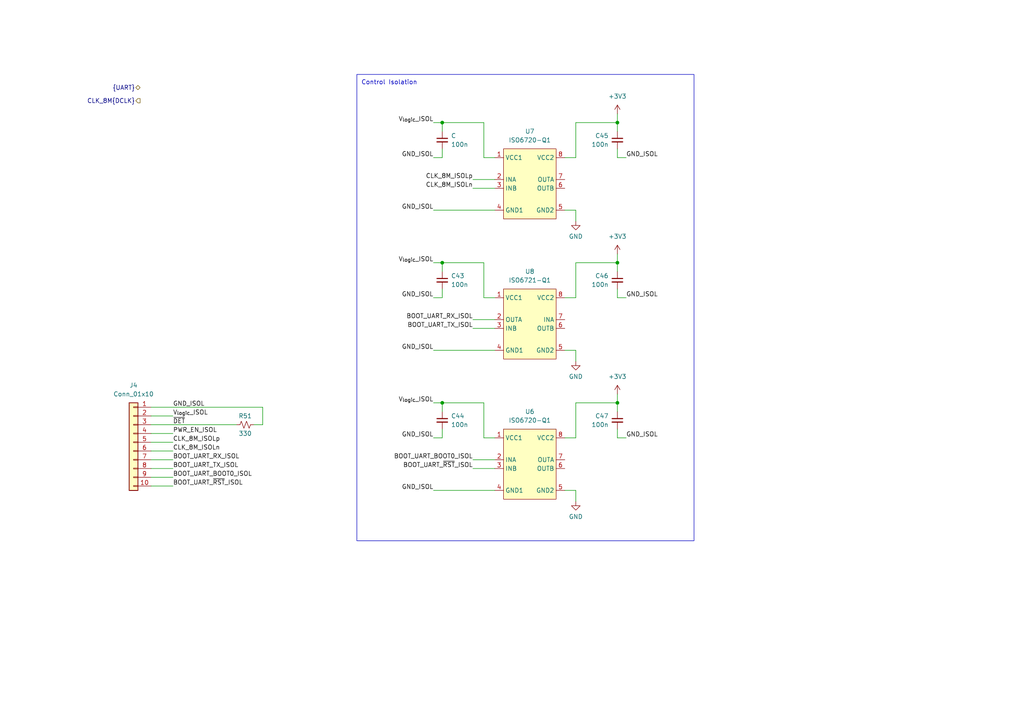
<source format=kicad_sch>
(kicad_sch (version 20230121) (generator eeschema)
  (paper "A4")
  (lib_symbols
    (symbol "AT-IC:ISO6720-Q1"
      (property "Reference" "U" (at 0 -11.43 0))
      (property "Value" "ISO6720-Q1" (at 0 11.43 0))
      (symbol "ISO6720-Q1_1_1"
        (rectangle (start -7.62 10.16) (end 7.62 -10.16) (fill (type background)))
        (pin power_in line (at -10.16 7.62 0) (length 2.54) (name "VCC1") (number "1"))
        (pin input line (at -10.16 1.27 0) (length 2.54) (name "INA") (number "2"))
        (pin input line (at -10.16 -1.27 0) (length 2.54) (name "INB") (number "3"))
        (pin power_in line (at -10.16 -7.62 0) (length 2.54) (name "GND1") (number "4"))
        (pin power_in line (at 10.16 -7.62 180) (length 2.54) (name "GND2") (number "5"))
        (pin output line (at 10.16 -1.27 180) (length 2.54) (name "OUTB") (number "6"))
        (pin output line (at 10.16 1.27 180) (length 2.54) (name "OUTA") (number "7"))
        (pin power_in line (at 10.16 7.62 180) (length 2.54) (name "VCC2") (number "8"))
      )
    )
    (symbol "AT-IC:ISO6721-Q1"
      (property "Reference" "U" (at 0 -11.43 0))
      (property "Value" "ISO6721-Q1" (at 0 11.43 0))
      (symbol "ISO6721-Q1_1_1"
        (rectangle (start -7.62 10.16) (end 7.62 -10.16) (fill (type background)))
        (pin power_in line (at -10.16 7.62 0) (length 2.54) (name "VCC1") (number "1"))
        (pin output line (at -10.16 1.27 0) (length 2.54) (name "OUTA") (number "2"))
        (pin input line (at -10.16 -1.27 0) (length 2.54) (name "INB") (number "3"))
        (pin power_in line (at -10.16 -7.62 0) (length 2.54) (name "GND1") (number "4"))
        (pin power_in line (at 10.16 -7.62 180) (length 2.54) (name "GND2") (number "5"))
        (pin output line (at 10.16 -1.27 180) (length 2.54) (name "OUTB") (number "6"))
        (pin input line (at 10.16 1.27 180) (length 2.54) (name "INA") (number "7"))
        (pin power_in line (at 10.16 7.62 180) (length 2.54) (name "VCC2") (number "8"))
      )
    )
    (symbol "Connector_Generic:Conn_01x10" (pin_names (offset 1.016) hide)
      (property "Reference" "J" (at 0 12.7 0))
      (property "Value" "Conn_01x10" (at 0 -15.24 0))
      (symbol "Conn_01x10_1_1"
        (rectangle (start -1.27 -12.573) (end 0 -12.827) (stroke (width 0.1524)))
        (rectangle (start -1.27 -10.033) (end 0 -10.287) (stroke (width 0.1524)))
        (rectangle (start -1.27 -7.493) (end 0 -7.747) (stroke (width 0.1524)))
        (rectangle (start -1.27 -4.953) (end 0 -5.207) (stroke (width 0.1524)))
        (rectangle (start -1.27 -2.413) (end 0 -2.667) (stroke (width 0.1524)))
        (rectangle (start -1.27 0.127) (end 0 -0.127) (stroke (width 0.1524)))
        (rectangle (start -1.27 2.667) (end 0 2.413) (stroke (width 0.1524)))
        (rectangle (start -1.27 5.207) (end 0 4.953) (stroke (width 0.1524)))
        (rectangle (start -1.27 7.747) (end 0 7.493) (stroke (width 0.1524)))
        (rectangle (start -1.27 10.287) (end 0 10.033) (stroke (width 0.1524)))
        (rectangle (start -1.27 11.43) (end 1.27 -13.97) (stroke (width 0.254)) (fill (type background)))
        (pin passive line (at -5.08 10.16 0) (length 3.81) (name "Pin_1") (number "1"))
        (pin passive line (at -5.08 -12.7 0) (length 3.81) (name "Pin_10") (number "10"))
        (pin passive line (at -5.08 7.62 0) (length 3.81) (name "Pin_2") (number "2"))
        (pin passive line (at -5.08 5.08 0) (length 3.81) (name "Pin_3") (number "3"))
        (pin passive line (at -5.08 2.54 0) (length 3.81) (name "Pin_4") (number "4"))
        (pin passive line (at -5.08 0 0) (length 3.81) (name "Pin_5") (number "5"))
        (pin passive line (at -5.08 -2.54 0) (length 3.81) (name "Pin_6") (number "6"))
        (pin passive line (at -5.08 -5.08 0) (length 3.81) (name "Pin_7") (number "7"))
        (pin passive line (at -5.08 -7.62 0) (length 3.81) (name "Pin_8") (number "8"))
        (pin passive line (at -5.08 -10.16 0) (length 3.81) (name "Pin_9") (number "9"))
      )
    )
    (symbol "Device:C_Small" (pin_numbers hide) (pin_names (offset 0.254) hide)
      (property "Reference" "C" (at 0.254 1.778 0))
      (property "Value" "C_Small" (at 0.254 -2.032 0))
      (symbol "C_Small_0_1"
        (polyline (pts (xy -1.524 -0.508) (xy 1.524 -0.508)) (stroke (width 0.3302)))
        (polyline (pts (xy -1.524 0.508) (xy 1.524 0.508)) (stroke (width 0.3048)))
      )
      (symbol "C_Small_1_1"
        (pin passive line (at 0 2.54 270) (length 2.032) (name "~") (number "1"))
        (pin passive line (at 0 -2.54 90) (length 2.032) (name "~") (number "2"))
      )
    )
    (symbol "Device:R_Small_US" (pin_numbers hide) (pin_names (offset 0.254) hide)
      (property "Reference" "R" (at 0.762 0.508 0))
      (property "Value" "R_Small_US" (at 0.762 -1.016 0))
      (symbol "R_Small_US_1_1"
        (polyline (pts (xy 0 0) (xy 1.016 -0.381) (xy 0 -0.762) (xy -1.016 -1.143) (xy 0 -1.524)))
        (polyline (pts (xy 0 1.524) (xy 1.016 1.143) (xy 0 0.762) (xy -1.016 0.381) (xy 0 0)))
        (pin passive line (at 0 2.54 270) (length 1.016) (name "~") (number "1"))
        (pin passive line (at 0 -2.54 90) (length 1.016) (name "~") (number "2"))
      )
    )
    (symbol "power:+3V3" (power) (pin_names (offset 0))
      (property "Value" "+3V3" (at 0 3.556 0))
      (symbol "+3V3_0_1"
        (polyline (pts (xy -0.762 1.27) (xy 0 2.54)))
        (polyline (pts (xy 0 0) (xy 0 2.54)))
        (polyline (pts (xy 0 2.54) (xy 0.762 1.27)))
      )
      (symbol "+3V3_1_1"
        (pin power_in line (at 0 0 90) (length 0) hide (name "+3V3") (number "1"))
      )
    )
    (symbol "power:GND" (power) (pin_names (offset 0))
      (property "Value" "GND" (at 0 -3.81 0))
      (symbol "GND_0_1"
        (polyline (pts (xy 0 0) (xy 0 -1.27) (xy 1.27 -1.27) (xy 0 -2.54) (xy -1.27 -1.27) (xy 0 -1.27)))
      )
      (symbol "GND_1_1"
        (pin power_in line (at 0 0 270) (length 0) hide (name "GND") (number "1"))
      )
    )
  )
  (junction (at 179.07 116.84))
  (junction (at 128.27 35.56))
  (junction (at 179.07 35.56))
  (junction (at 179.07 76.2))
  (junction (at 128.27 76.2))
  (junction (at 128.27 116.84))
  (wire (pts (xy 163.83 101.6) (xy 167.005 101.6)))
  (wire (pts (xy 43.815 138.43) (xy 50.165 138.43)))
  (wire (pts (xy 128.27 45.72) (xy 128.27 43.18)))
  (wire (pts (xy 167.005 127) (xy 167.005 116.84)))
  (wire (pts (xy 140.335 86.36) (xy 140.335 76.2)))
  (wire (pts (xy 125.73 35.56) (xy 128.27 35.56)))
  (wire (pts (xy 43.815 125.73) (xy 50.165 125.73)))
  (wire (pts (xy 179.07 116.84) (xy 179.07 119.38)))
  (wire (pts (xy 125.73 76.2) (xy 128.27 76.2)))
  (wire (pts (xy 128.27 35.56) (xy 128.27 38.1)))
  (wire (pts (xy 143.51 95.25) (xy 137.16 95.25)))
  (wire (pts (xy 125.73 116.84) (xy 128.27 116.84)))
  (wire (pts (xy 143.51 52.07) (xy 137.16 52.07)))
  (wire (pts (xy 143.51 86.36) (xy 140.335 86.36)))
  (wire (pts (xy 128.27 127) (xy 128.27 124.46)))
  (wire (pts (xy 125.73 142.24) (xy 143.51 142.24)))
  (wire (pts (xy 163.83 127) (xy 167.005 127)))
  (wire (pts (xy 143.51 127) (xy 140.335 127)))
  (wire (pts (xy 167.005 116.84) (xy 179.07 116.84)))
  (wire (pts (xy 128.27 86.36) (xy 128.27 83.82)))
  (wire (pts (xy 167.005 142.24) (xy 167.005 145.415)))
  (wire (pts (xy 143.51 45.72) (xy 140.335 45.72)))
  (wire (pts (xy 179.07 45.72) (xy 179.07 43.18)))
  (wire (pts (xy 163.83 142.24) (xy 167.005 142.24)))
  (wire (pts (xy 125.73 101.6) (xy 143.51 101.6)))
  (wire (pts (xy 179.07 86.36) (xy 179.07 83.82)))
  (wire (pts (xy 140.335 116.84) (xy 128.27 116.84)))
  (wire (pts (xy 125.73 45.72) (xy 128.27 45.72)))
  (wire (pts (xy 140.335 76.2) (xy 128.27 76.2)))
  (wire (pts (xy 163.83 86.36) (xy 167.005 86.36)))
  (wire (pts (xy 43.815 130.81) (xy 50.165 130.81)))
  (wire (pts (xy 143.51 135.89) (xy 137.16 135.89)))
  (wire (pts (xy 181.61 86.36) (xy 179.07 86.36)))
  (wire (pts (xy 128.27 76.2) (xy 128.27 78.74)))
  (wire (pts (xy 167.005 101.6) (xy 167.005 104.775)))
  (wire (pts (xy 179.07 35.56) (xy 179.07 38.1)))
  (wire (pts (xy 163.83 45.72) (xy 167.005 45.72)))
  (wire (pts (xy 167.005 45.72) (xy 167.005 35.56)))
  (wire (pts (xy 179.07 33.02) (xy 179.07 35.56)))
  (wire (pts (xy 167.005 76.2) (xy 179.07 76.2)))
  (wire (pts (xy 163.83 60.96) (xy 167.005 60.96)))
  (wire (pts (xy 167.005 60.96) (xy 167.005 64.135)))
  (wire (pts (xy 43.815 133.35) (xy 50.165 133.35)))
  (wire (pts (xy 140.335 45.72) (xy 140.335 35.56)))
  (wire (pts (xy 143.51 133.35) (xy 137.16 133.35)))
  (wire (pts (xy 125.73 127) (xy 128.27 127)))
  (wire (pts (xy 43.815 128.27) (xy 50.165 128.27)))
  (wire (pts (xy 181.61 45.72) (xy 179.07 45.72)))
  (wire (pts (xy 43.815 140.97) (xy 50.165 140.97)))
  (wire (pts (xy 140.335 127) (xy 140.335 116.84)))
  (wire (pts (xy 43.815 135.89) (xy 50.165 135.89)))
  (wire (pts (xy 179.07 73.66) (xy 179.07 76.2)))
  (wire (pts (xy 140.335 35.56) (xy 128.27 35.56)))
  (wire (pts (xy 125.73 60.96) (xy 143.51 60.96)))
  (wire (pts (xy 143.51 54.61) (xy 137.16 54.61)))
  (wire (pts (xy 179.07 127) (xy 179.07 124.46)))
  (wire (pts (xy 128.27 116.84) (xy 128.27 119.38)))
  (wire (pts (xy 179.07 76.2) (xy 179.07 78.74)))
  (wire (pts (xy 167.005 35.56) (xy 179.07 35.56)))
  (wire (pts (xy 125.73 86.36) (xy 128.27 86.36)))
  (wire (pts (xy 43.815 118.11) (xy 76.2 118.11)))
  (wire (pts (xy 43.815 120.65) (xy 50.165 120.65)))
  (wire (pts (xy 73.66 123.19) (xy 76.2 123.19)))
  (wire (pts (xy 76.2 123.19) (xy 76.2 118.11)))
  (wire (pts (xy 167.005 86.36) (xy 167.005 76.2)))
  (wire (pts (xy 143.51 92.71) (xy 137.16 92.71)))
  (wire (pts (xy 181.61 127) (xy 179.07 127)))
  (wire (pts (xy 179.07 114.3) (xy 179.07 116.84)))
  (wire (pts (xy 43.815 123.19) (xy 68.58 123.19)))
  (rectangle (start 103.505 21.59) (end 201.295 156.845))
  (text "Control Isolation" (at 104.775 24.765 0) (effects (font (size 1.27 1.27)) (justify left bottom)))
  (label "V_{logic}_ISOL" (at 125.73 116.84 180))
  (label "GND_ISOL" (at 181.61 127 0))
  (label "CLK_8M_ISOLn" (at 50.165 130.81 0))
  (label "CLK_8M_ISOLp" (at 137.16 52.07 180))
  (label "V_{logic}_ISOL" (at 50.165 120.65 0))
  (label "GND_ISOL" (at 181.61 86.36 0))
  (label "~{DET}" (at 50.165 123.19 0))
  (label "PWR_EN_ISOL" (at 50.165 125.73 0))
  (label "V_{logic}_ISOL" (at 125.73 35.56 180))
  (label "BOOT_UART_BOOT0_ISOL" (at 137.16 133.35 180))
  (label "BOOT_UART_RX_ISOL" (at 137.16 92.71 180))
  (label "BOOT_UART_~{RST}_ISOL" (at 50.165 140.97 0))
  (label "GND_ISOL" (at 50.165 118.11 0))
  (label "BOOT_UART_TX_ISOL" (at 137.16 95.25 180))
  (label "GND_ISOL" (at 125.73 101.6 180))
  (label "BOOT_UART_~{RST}_ISOL" (at 137.16 135.89 180))
  (label "GND_ISOL" (at 181.61 45.72 0))
  (label "CLK_8M_ISOLn" (at 137.16 54.61 180))
  (label "GND_ISOL" (at 125.73 45.72 180))
  (label "V_{logic}_ISOL" (at 125.73 76.2 180))
  (label "BOOT_UART_TX_ISOL" (at 50.165 135.89 0))
  (label "BOOT_UART_RX_ISOL" (at 50.165 133.35 0))
  (label "BOOT_UART_BOOT0_ISOL" (at 50.165 138.43 0))
  (label "CLK_8M_ISOLp" (at 50.165 128.27 0))
  (label "GND_ISOL" (at 125.73 60.96 180))
  (label "GND_ISOL" (at 125.73 86.36 180))
  (label "GND_ISOL" (at 125.73 127 180))
  (label "GND_ISOL" (at 125.73 142.24 180))
  (hierarchical_label "CLK_8M{DCLK}" (shape output) (at 40.64 29.21 180))
  (hierarchical_label "{UART}" (shape bidirectional) (at 40.64 25.4 180))
  (symbol (lib_id "Device:C_Small") (at 128.27 81.28 0) (unit 1)
    (property "Reference" "C43" (at 130.81 80.0163 0) (effects (justify left)))
    (property "Value" "100n" (at 130.81 82.5563 0) (effects (justify left)))
  )
  (symbol (lib_id "power:GND") (at 167.005 145.415 0) (unit 1)
    (property "Reference" "#PWR082" (effects hide))
    (property "Value" "GND" (at 167.005 149.86 0))
  )
  (symbol (lib_id "Device:C_Small") (at 179.07 81.28 0) (mirror y) (unit 1)
    (property "Reference" "C46" (at 176.53 80.0163 0) (effects (justify left)))
    (property "Value" "100n" (at 176.53 82.5563 0) (effects (justify left)))
  )
  (symbol (lib_id "Connector_Generic:Conn_01x10") (at 38.735 128.27 0) (mirror y) (unit 1)
    (property "Reference" "J4" (at 38.735 111.76 0))
    (property "Value" "Conn_01x10" (at 38.735 114.3 0))
  )
  (symbol (lib_id "Device:C_Small") (at 128.27 121.92 0) (unit 1)
    (property "Reference" "C44" (at 130.81 120.6563 0) (effects (justify left)))
    (property "Value" "100n" (at 130.81 123.1963 0) (effects (justify left)))
  )
  (symbol (lib_id "power:GND") (at 167.005 104.775 0) (unit 1)
    (property "Reference" "#PWR083" (effects hide))
    (property "Value" "GND" (at 167.005 109.22 0))
  )
  (symbol (lib_id "power:+3V3") (at 179.07 73.66 0) (unit 1)
    (property "Reference" "#PWR080" (effects hide))
    (property "Value" "+3V3" (at 179.07 68.58 0))
  )
  (symbol (lib_id "power:+3V3") (at 179.07 114.3 0) (unit 1)
    (property "Reference" "#PWR081" (effects hide))
    (property "Value" "+3V3" (at 179.07 109.22 0))
  )
  (symbol (lib_id "power:+3V3") (at 179.07 33.02 0) (unit 1)
    (property "Reference" "#PWR050" (effects hide))
    (property "Value" "+3V3" (at 179.07 27.94 0))
  )
  (symbol (lib_id "AT-IC:ISO6720-Q1") (at 153.67 53.34 0) (unit 1)
    (property "Reference" "U7" (at 153.67 38.1 0))
    (property "Value" "ISO6720-Q1" (at 153.67 40.64 0))
  )
  (symbol (lib_id "Device:C_Small") (at 179.07 121.92 0) (mirror y) (unit 1)
    (property "Reference" "C47" (at 176.53 120.6563 0) (effects (justify left)))
    (property "Value" "100n" (at 176.53 123.1963 0) (effects (justify left)))
  )
  (symbol (lib_id "Device:C_Small") (at 128.27 40.64 0) (unit 1)
    (property "Reference" "C" (at 130.81 39.3763 0) (effects (justify left)))
    (property "Value" "100n" (at 130.81 41.9163 0) (effects (justify left)))
  )
  (symbol (lib_id "Device:C_Small") (at 179.07 40.64 0) (mirror y) (unit 1)
    (property "Reference" "C45" (at 176.53 39.3763 0) (effects (justify left)))
    (property "Value" "100n" (at 176.53 41.9163 0) (effects (justify left)))
  )
  (symbol (lib_id "power:GND") (at 167.005 64.135 0) (unit 1)
    (property "Reference" "#PWR084" (effects hide))
    (property "Value" "GND" (at 167.005 68.58 0))
  )
  (symbol (lib_id "Device:R_Small_US") (at 71.12 123.19 90) (unit 1)
    (property "Reference" "R51" (at 71.12 120.65 90))
    (property "Value" "330" (at 71.12 125.73 90))
  )
  (symbol (lib_id "AT-IC:ISO6721-Q1") (at 153.67 93.98 0) (unit 1)
    (property "Reference" "U8" (at 153.67 78.74 0))
    (property "Value" "ISO6721-Q1" (at 153.67 81.28 0))
  )
  (symbol (lib_id "AT-IC:ISO6720-Q1") (at 153.67 134.62 0) (unit 1)
    (property "Reference" "U6" (at 153.67 119.38 0))
    (property "Value" "ISO6720-Q1" (at 153.67 121.92 0))
  )
)
</source>
